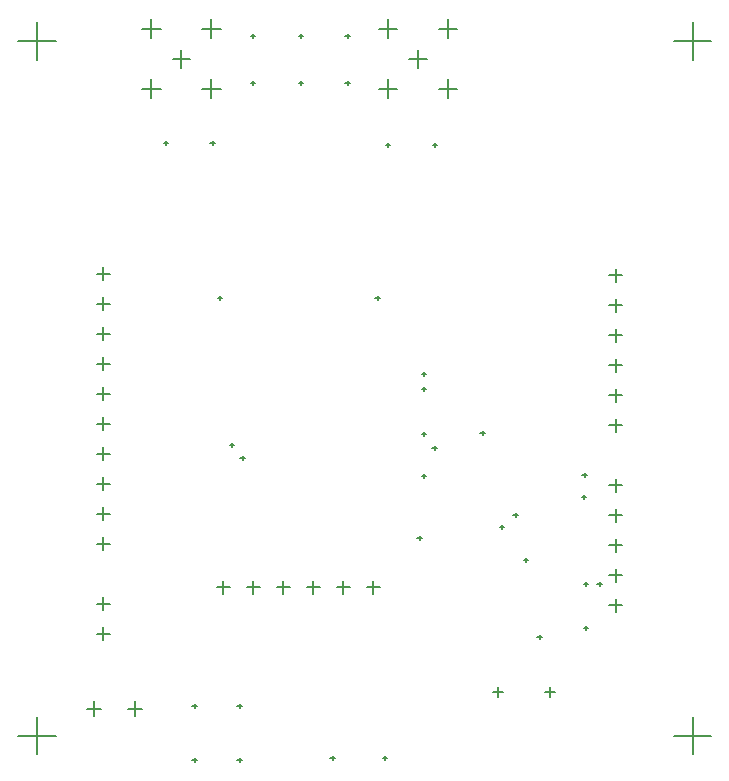
<source format=gbr>
%TF.GenerationSoftware,Altium Limited,Altium NEXUS,2.1.7 (73)*%
G04 Layer_Color=128*
%FSLAX44Y44*%
%MOMM*%
%TF.FileFunction,Drillmap*%
%TF.Part,Single*%
G01*
G75*
%TA.AperFunction,NonConductor*%
%ADD39C,0.1270*%
D39*
X696750Y447040D02*
X700250D01*
X698500Y445290D02*
Y448790D01*
X391950Y800100D02*
X395450D01*
X393700Y798350D02*
Y801850D01*
X619910Y798830D02*
X623410D01*
X621660Y797080D02*
Y800580D01*
X579910Y798830D02*
X583410D01*
X581660Y797080D02*
Y800580D01*
X431320Y800100D02*
X434820D01*
X433070Y798350D02*
Y801850D01*
X545620Y850900D02*
X549120D01*
X547370Y849150D02*
Y852650D01*
X506250Y850900D02*
X509750D01*
X508000Y849150D02*
Y852650D01*
X465610Y850900D02*
X469110D01*
X467360Y849150D02*
Y852650D01*
X545620Y890900D02*
X549120D01*
X547370Y889150D02*
Y892650D01*
X506250Y890900D02*
X509750D01*
X508000Y889150D02*
Y892650D01*
X465610Y890900D02*
X469110D01*
X467360Y889150D02*
Y892650D01*
X268480Y886460D02*
X300480D01*
X284480Y870460D02*
Y902460D01*
X823470Y886460D02*
X855470D01*
X839470Y870460D02*
Y902460D01*
X823470Y298450D02*
X855470D01*
X839470Y282450D02*
Y314450D01*
X268480Y298450D02*
X300480D01*
X284480Y282450D02*
Y314450D01*
X714320Y335280D02*
X723320D01*
X718820Y330780D02*
Y339780D01*
X670320Y335280D02*
X679320D01*
X674820Y330780D02*
Y339780D01*
X334860Y461010D02*
X345860D01*
X340360Y455510D02*
Y466510D01*
X334860Y486410D02*
X345860D01*
X340360Y480910D02*
Y491910D01*
X768870Y561340D02*
X779870D01*
X774370Y555840D02*
Y566840D01*
X768870Y586740D02*
X779870D01*
X774370Y581240D02*
Y592240D01*
X768870Y612140D02*
X779870D01*
X774370Y606640D02*
Y617640D01*
X768870Y637540D02*
X779870D01*
X774370Y632040D02*
Y643040D01*
X768870Y662940D02*
X779870D01*
X774370Y657440D02*
Y668440D01*
X768870Y688340D02*
X779870D01*
X774370Y682840D02*
Y693840D01*
X334860Y410210D02*
X345860D01*
X340360Y404710D02*
Y415710D01*
X334860Y384810D02*
X345860D01*
X340360Y379310D02*
Y390310D01*
X334860Y689610D02*
X345860D01*
X340360Y684110D02*
Y695110D01*
X334860Y664210D02*
X345860D01*
X340360Y658710D02*
Y669710D01*
X334860Y638810D02*
X345860D01*
X340360Y633310D02*
Y644310D01*
X334860Y613410D02*
X345860D01*
X340360Y607910D02*
Y618910D01*
X334860Y588010D02*
X345860D01*
X340360Y582510D02*
Y593510D01*
X334860Y562610D02*
X345860D01*
X340360Y557110D02*
Y568110D01*
X334860Y537210D02*
X345860D01*
X340360Y531710D02*
Y542710D01*
X334860Y511810D02*
X345860D01*
X340360Y506310D02*
Y517310D01*
X573650Y845970D02*
X589650D01*
X581650Y837970D02*
Y853970D01*
X573650Y896770D02*
X589650D01*
X581650Y888770D02*
Y904770D01*
X624450Y896770D02*
X640450D01*
X632450Y888770D02*
Y904770D01*
X599550Y871370D02*
X614550D01*
X607050Y863870D02*
Y878870D01*
X624450Y845970D02*
X640450D01*
X632450Y837970D02*
Y853970D01*
X373330Y846020D02*
X389330D01*
X381330Y838020D02*
Y854020D01*
X373330Y896820D02*
X389330D01*
X381330Y888820D02*
Y904820D01*
X424130Y896820D02*
X440130D01*
X432130Y888820D02*
Y904820D01*
X399230Y871420D02*
X414230D01*
X406730Y863920D02*
Y878920D01*
X424130Y846020D02*
X440130D01*
X432130Y838020D02*
Y854020D01*
X326740Y321310D02*
X338740D01*
X332740Y315310D02*
Y327310D01*
X361740Y321310D02*
X373740D01*
X367740Y315310D02*
Y327310D01*
X768870Y408940D02*
X779870D01*
X774370Y403440D02*
Y414440D01*
X768870Y434340D02*
X779870D01*
X774370Y428840D02*
Y439840D01*
X768870Y459740D02*
X779870D01*
X774370Y454240D02*
Y465240D01*
X768870Y485140D02*
X779870D01*
X774370Y479640D02*
Y490640D01*
X768870Y510540D02*
X779870D01*
X774370Y505040D02*
Y516040D01*
X563460Y424180D02*
X574460D01*
X568960Y418680D02*
Y429680D01*
X538060Y424180D02*
X549060D01*
X543560Y418680D02*
Y429680D01*
X512660Y424180D02*
X523660D01*
X518160Y418680D02*
Y429680D01*
X487260Y424180D02*
X498260D01*
X492760Y418680D02*
Y429680D01*
X461860Y424180D02*
X472860D01*
X467360Y418680D02*
Y429680D01*
X436460Y424180D02*
X447460D01*
X441960Y418680D02*
Y429680D01*
X532920Y279400D02*
X536420D01*
X534670Y277650D02*
Y281150D01*
X577370Y279400D02*
X580870D01*
X579120Y277650D02*
Y281150D01*
X758980Y426720D02*
X762480D01*
X760730Y424970D02*
Y428470D01*
X747550Y389890D02*
X751050D01*
X749300Y388140D02*
Y391640D01*
X747550Y426720D02*
X751050D01*
X749300Y424970D02*
Y428470D01*
X659920Y554990D02*
X663420D01*
X661670Y553240D02*
Y556740D01*
X687860Y485140D02*
X691360D01*
X689610Y483390D02*
Y486890D01*
X610390Y518160D02*
X613890D01*
X612140Y516410D02*
Y519910D01*
X676430Y474980D02*
X679930D01*
X678180Y473230D02*
Y476730D01*
X606580Y466090D02*
X610080D01*
X608330Y464340D02*
Y467840D01*
X746280Y519430D02*
X749780D01*
X748030Y517680D02*
Y521180D01*
X746020Y500640D02*
X749520D01*
X747770Y498890D02*
Y502390D01*
X708180Y382270D02*
X711680D01*
X709930Y380520D02*
Y384020D01*
X454180Y278130D02*
X457680D01*
X455930Y276380D02*
Y279880D01*
X454180Y323850D02*
X457680D01*
X455930Y322100D02*
Y325600D01*
X416080Y278130D02*
X419580D01*
X417830Y276380D02*
Y279880D01*
X416080Y323850D02*
X419580D01*
X417830Y322100D02*
Y325600D01*
X619280Y542290D02*
X622780D01*
X621030Y540540D02*
Y544040D01*
X571020Y669290D02*
X574520D01*
X572770Y667540D02*
Y671040D01*
X437670Y669290D02*
X441170D01*
X439420Y667540D02*
Y671040D01*
X447830Y544830D02*
X451330D01*
X449580Y543080D02*
Y546580D01*
X456720Y533400D02*
X460220D01*
X458470Y531650D02*
Y535150D01*
X610390Y604520D02*
X613890D01*
X612140Y602770D02*
Y606270D01*
X610390Y591820D02*
X613890D01*
X612140Y590070D02*
Y593570D01*
X610390Y553720D02*
X613890D01*
X612140Y551970D02*
Y555470D01*
%TF.MD5,cbe24e46e35d53fb18353eb417d56a28*%
M02*

</source>
